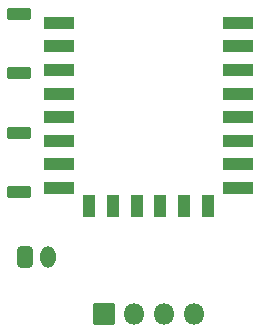
<source format=gbs>
%TF.GenerationSoftware,KiCad,Pcbnew,(6.0.0-0)*%
%TF.CreationDate,2022-10-20T15:52:38+11:00*%
%TF.ProjectId,WLED_Controller,574c4544-5f43-46f6-9e74-726f6c6c6572,rev?*%
%TF.SameCoordinates,Original*%
%TF.FileFunction,Soldermask,Bot*%
%TF.FilePolarity,Negative*%
%FSLAX46Y46*%
G04 Gerber Fmt 4.6, Leading zero omitted, Abs format (unit mm)*
G04 Created by KiCad (PCBNEW (6.0.0-0)) date 2022-10-20 15:52:38*
%MOMM*%
%LPD*%
G01*
G04 APERTURE LIST*
G04 Aperture macros list*
%AMRoundRect*
0 Rectangle with rounded corners*
0 $1 Rounding radius*
0 $2 $3 $4 $5 $6 $7 $8 $9 X,Y pos of 4 corners*
0 Add a 4 corners polygon primitive as box body*
4,1,4,$2,$3,$4,$5,$6,$7,$8,$9,$2,$3,0*
0 Add four circle primitives for the rounded corners*
1,1,$1+$1,$2,$3*
1,1,$1+$1,$4,$5*
1,1,$1+$1,$6,$7*
1,1,$1+$1,$8,$9*
0 Add four rect primitives between the rounded corners*
20,1,$1+$1,$2,$3,$4,$5,0*
20,1,$1+$1,$4,$5,$6,$7,0*
20,1,$1+$1,$6,$7,$8,$9,0*
20,1,$1+$1,$8,$9,$2,$3,0*%
G04 Aperture macros list end*
%ADD10RoundRect,0.300000X-0.350000X-0.625000X0.350000X-0.625000X0.350000X0.625000X-0.350000X0.625000X0*%
%ADD11O,1.300000X1.850000*%
%ADD12RoundRect,0.050000X0.850000X-0.850000X0.850000X0.850000X-0.850000X0.850000X-0.850000X-0.850000X0*%
%ADD13O,1.800000X1.800000*%
%ADD14RoundRect,0.300000X0.750000X-0.250000X0.750000X0.250000X-0.750000X0.250000X-0.750000X-0.250000X0*%
%ADD15RoundRect,0.050000X1.250000X0.500000X-1.250000X0.500000X-1.250000X-0.500000X1.250000X-0.500000X0*%
%ADD16RoundRect,0.050000X0.500000X0.900000X-0.500000X0.900000X-0.500000X-0.900000X0.500000X-0.900000X0*%
G04 APERTURE END LIST*
D10*
X52000000Y-123550000D03*
D11*
X54000000Y-123550000D03*
D12*
X58700000Y-128400000D03*
D13*
X61240000Y-128400000D03*
X63780000Y-128400000D03*
X66320000Y-128400000D03*
D14*
X51500000Y-113000000D03*
X51500000Y-103000000D03*
D15*
X70100000Y-103700000D03*
X70100000Y-105700000D03*
X70100000Y-107700000D03*
X70100000Y-109700000D03*
X70100000Y-111700000D03*
X70100000Y-113700000D03*
X70100000Y-115700000D03*
X70100000Y-117700000D03*
D16*
X67500000Y-119200000D03*
X65500000Y-119200000D03*
X63500000Y-119200000D03*
X61500000Y-119200000D03*
X59500000Y-119200000D03*
X57500000Y-119200000D03*
D15*
X54900000Y-117700000D03*
X54900000Y-115700000D03*
X54900000Y-113700000D03*
X54900000Y-111700000D03*
X54900000Y-109700000D03*
X54900000Y-107700000D03*
X54900000Y-105700000D03*
X54900000Y-103700000D03*
D14*
X51500000Y-108000000D03*
X51500000Y-118000000D03*
M02*

</source>
